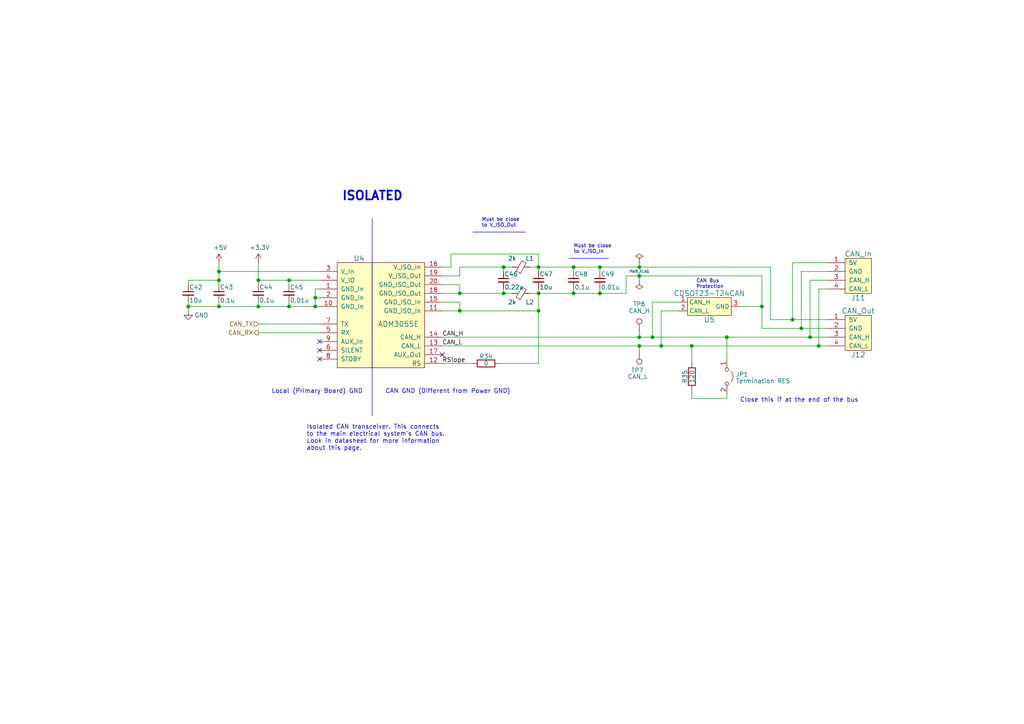
<source format=kicad_sch>
(kicad_sch (version 20230121) (generator eeschema)
  (paper "A4")
  (lib_symbols
    (symbol "Connector:TestPoint" (pin_numbers hide) (pin_names (offset 0.762) hide)
      (property "Reference" "TP" (at 0 6.858 0))
      (property "Value" "TestPoint" (at 0 5.08 0))
      (symbol "TestPoint_0_1"
        (circle (center 0 3.302) (radius 0.762))
      )
      (symbol "TestPoint_1_1"
        (pin passive line (at 0 0 90) (length 2.54) (name "1") (number "1"))
      )
    )
    (symbol "Device:C_Small" (pin_numbers hide) (pin_names (offset 0.254) hide)
      (property "Reference" "C" (at 0.254 1.778 0))
      (property "Value" "C_Small" (at 0.254 -2.032 0))
      (symbol "C_Small_0_1"
        (polyline (pts (xy -1.524 -0.508) (xy 1.524 -0.508)) (stroke (width 0.3302)))
        (polyline (pts (xy -1.524 0.508) (xy 1.524 0.508)) (stroke (width 0.3048)))
      )
      (symbol "C_Small_1_1"
        (pin passive line (at 0 2.54 270) (length 2.032) (name "~") (number "1"))
        (pin passive line (at 0 -2.54 90) (length 2.032) (name "~") (number "2"))
      )
    )
    (symbol "Device:FerriteBead_Small" (pin_numbers hide) (pin_names (offset 0))
      (property "Reference" "FB" (at 1.905 1.27 0))
      (property "Value" "FerriteBead_Small" (at 1.905 -1.27 0))
      (symbol "FerriteBead_Small_0_1"
        (polyline (pts (xy 0 -1.27) (xy 0 -0.7874)))
        (polyline (pts (xy 0 0.889) (xy 0 1.2954)))
        (polyline (pts (xy -1.8288 0.2794) (xy -1.1176 1.4986) (xy 1.8288 -0.2032) (xy 1.1176 -1.4224) (xy -1.8288 0.2794)))
      )
      (symbol "FerriteBead_Small_1_1"
        (pin passive line (at 0 2.54 270) (length 1.27) (name "~") (number "1"))
        (pin passive line (at 0 -2.54 90) (length 1.27) (name "~") (number "2"))
      )
    )
    (symbol "Device:R" (pin_numbers hide) (pin_names (offset 0))
      (property "Reference" "R" (at 2.032 0 90))
      (property "Value" "R" (at 0 0 90))
      (symbol "R_0_1"
        (rectangle (start -1.016 -2.54) (end 1.016 2.54) (stroke (width 0.254)))
      )
      (symbol "R_1_1"
        (pin passive line (at 0 3.81 270) (length 1.27) (name "~") (number "1"))
        (pin passive line (at 0 -3.81 90) (length 1.27) (name "~") (number "2"))
      )
    )
    (symbol "Jumper:Jumper_2_Open" (pin_names (offset 0) hide)
      (property "Reference" "JP" (at 0 2.794 0))
      (property "Value" "Jumper_2_Open" (at 0 -2.286 0))
      (symbol "Jumper_2_Open_0_0"
        (circle (center -2.032 0) (radius 0.508))
        (circle (center 2.032 0) (radius 0.508))
      )
      (symbol "Jumper_2_Open_0_1"
        (arc (start 1.524 1.27) (mid 0 1.778) (end -1.524 1.27))
      )
      (symbol "Jumper_2_Open_1_1"
        (pin passive line (at -5.08 0 0) (length 2.54) (name "A") (number "1"))
        (pin passive line (at 5.08 0 180) (length 2.54) (name "B") (number "2"))
      )
    )
    (symbol "power:+3.3V" (power) (pin_names (offset 0))
      (property "Value" "+3.3V" (at 0 3.556 0))
      (symbol "+3.3V_0_1"
        (polyline (pts (xy -0.762 1.27) (xy 0 2.54)))
        (polyline (pts (xy 0 0) (xy 0 2.54)))
        (polyline (pts (xy 0 2.54) (xy 0.762 1.27)))
      )
      (symbol "+3.3V_1_1"
        (pin power_in line (at 0 0 90) (length 0) hide (name "+3.3V") (number "1"))
      )
    )
    (symbol "power:+5V" (power) (pin_names (offset 0))
      (property "Value" "+5V" (at 0 3.556 0))
      (symbol "+5V_0_1"
        (polyline (pts (xy -0.762 1.27) (xy 0 2.54)))
        (polyline (pts (xy 0 0) (xy 0 2.54)))
        (polyline (pts (xy 0 2.54) (xy 0.762 1.27)))
      )
      (symbol "+5V_1_1"
        (pin power_in line (at 0 0 90) (length 0) hide (name "+5V") (number "1"))
      )
    )
    (symbol "power:GND" (power) (pin_names (offset 0))
      (property "Value" "GND" (at 0 -3.81 0))
      (symbol "GND_0_1"
        (polyline (pts (xy 0 0) (xy 0 -1.27) (xy 1.27 -1.27) (xy 0 -2.54) (xy -1.27 -1.27) (xy 0 -1.27)))
      )
      (symbol "GND_1_1"
        (pin power_in line (at 0 0 270) (length 0) hide (name "GND") (number "1"))
      )
    )
    (symbol "power:PWR_FLAG" (power) (pin_numbers hide) (pin_names (offset 0) hide)
      (property "Value" "PWR_FLAG" (at 0 3.81 0))
      (symbol "PWR_FLAG_0_0"
        (pin power_out line (at 0 0 90) (length 0) (name "pwr") (number "1"))
      )
      (symbol "PWR_FLAG_0_1"
        (polyline (pts (xy 0 0) (xy 0 1.27) (xy -1.016 1.905) (xy 0 2.54) (xy 1.016 1.905) (xy 0 1.27)))
      )
    )
    (symbol "utsvt-chips:ADM3055E" (pin_names (offset 1.016))
      (property "Reference" "U" (at 0 16.51 0))
      (property "Value" "ADM3055E" (at 5.08 -2.54 0))
      (symbol "ADM3055E_0_1"
        (rectangle (start -12.7 15.24) (end 12.7 -15.24) (fill (type background)))
        (polyline (pts (xy -2.54 15.24) (xy -2.54 -15.24)))
      )
      (symbol "ADM3055E_1_1"
        (pin power_in line (at -17.78 7.62 0) (length 5.08) (name "GND_In") (number "1"))
        (pin power_in line (at -17.78 2.54 0) (length 5.08) (name "GND_In") (number "10"))
        (pin power_in line (at 17.78 1.27 180) (length 5.08) (name "GND_ISO_In") (number "11"))
        (pin input line (at 17.78 -13.97 180) (length 5.08) (name "RS") (number "12"))
        (pin bidirectional line (at 17.78 -8.89 180) (length 5.08) (name "CAN_L") (number "13"))
        (pin bidirectional line (at 17.78 -6.35 180) (length 5.08) (name "CAN_H") (number "14"))
        (pin power_in line (at 17.78 3.81 180) (length 5.08) (name "GND_ISO_In") (number "15"))
        (pin power_in line (at 17.78 13.97 180) (length 5.08) (name "V_ISO_In") (number "16"))
        (pin output line (at 17.78 -11.43 180) (length 5.08) (name "AUX_Out") (number "17"))
        (pin power_out line (at 17.78 6.35 180) (length 5.08) (name "GND_ISO_Out") (number "18"))
        (pin power_out line (at 17.78 11.43 180) (length 5.08) (name "V_ISO_Out") (number "19"))
        (pin power_in line (at -17.78 5.08 0) (length 5.08) (name "GND_In") (number "2"))
        (pin power_out line (at 17.78 8.89 180) (length 5.08) (name "GND_ISO_Out") (number "20"))
        (pin power_in line (at -17.78 12.7 0) (length 5.08) (name "V_In") (number "3"))
        (pin power_in line (at -17.78 10.16 0) (length 5.08) (name "V_IO") (number "4"))
        (pin output line (at -17.78 -5.08 0) (length 5.08) (name "RX") (number "5"))
        (pin input line (at -17.78 -10.16 0) (length 5.08) (name "SILENT") (number "6"))
        (pin input line (at -17.78 -2.54 0) (length 5.08) (name "TX") (number "7"))
        (pin input line (at -17.78 -12.7 0) (length 5.08) (name "STDBY") (number "8"))
        (pin input line (at -17.78 -7.62 0) (length 5.08) (name "AUX_In") (number "9"))
      )
    )
    (symbol "utsvt-chips:CDSOT23-T24CAN"
      (property "Reference" "U" (at 0 -3.81 0))
      (property "Value" "CDSOT23-T24CAN" (at 0 3.81 0))
      (symbol "CDSOT23-T24CAN_0_1"
        (rectangle (start 6.35 2.54) (end -6.35 -2.54) (fill (type background)))
      )
      (symbol "CDSOT23-T24CAN_1_1"
        (pin passive line (at -8.89 1.27 0) (length 2.54) (name "CAN_H") (number "1"))
        (pin passive line (at -8.89 -1.27 0) (length 2.54) (name "CAN_L") (number "2"))
        (pin passive line (at 8.89 0 180) (length 2.54) (name "GND") (number "3"))
      )
    )
    (symbol "utsvt-connectors:CANConnector" (pin_names (offset 1.016))
      (property "Reference" "J" (at 0 -6.35 0))
      (property "Value" "CANConnector" (at 0 6.35 0))
      (symbol "CANConnector_0_1"
        (rectangle (start 3.81 5.08) (end -3.81 -5.08) (fill (type background)))
      )
      (symbol "CANConnector_1_1"
        (pin power_in line (at 8.89 3.81 180) (length 5.08) (name "5V") (number "1"))
        (pin power_in line (at 8.89 1.27 180) (length 5.08) (name "GND") (number "2"))
        (pin bidirectional line (at 8.89 -1.27 180) (length 5.08) (name "CAN_H") (number "3"))
        (pin bidirectional line (at 8.89 -3.81 180) (length 5.08) (name "CAN_L") (number "4"))
      )
    )
  )
  (junction (at 91.44 88.9))
  (junction (at 185.42 97.79))
  (junction (at 146.05 85.09))
  (junction (at 232.41 95.25))
  (junction (at 200.66 100.33))
  (junction (at 156.21 90.17))
  (junction (at 191.77 100.33))
  (junction (at 91.44 86.36))
  (junction (at 156.21 85.09))
  (junction (at 74.93 81.28))
  (junction (at 54.61 88.9))
  (junction (at 83.82 81.28))
  (junction (at 74.93 88.9))
  (junction (at 166.37 77.47))
  (junction (at 156.21 77.47))
  (junction (at 63.5 88.9))
  (junction (at 83.82 88.9))
  (junction (at 63.5 78.74))
  (junction (at 210.82 97.79))
  (junction (at 185.42 100.33))
  (junction (at 185.42 80.01))
  (junction (at 166.37 85.09))
  (junction (at 189.23 97.79))
  (junction (at 220.98 88.9))
  (junction (at 133.35 85.09))
  (junction (at 237.49 100.33))
  (junction (at 185.42 77.47))
  (junction (at 146.05 77.47))
  (junction (at 229.87 92.71))
  (junction (at 173.99 77.47))
  (junction (at 63.5 81.28))
  (junction (at 133.35 90.17))
  (junction (at 173.99 85.09))
  (junction (at 234.95 97.79))
  (no_connect (at 92.71 104.14))
  (no_connect (at 92.71 101.6))
  (no_connect (at 128.27 102.87))
  (no_connect (at 92.71 99.06))
  (wire (pts (xy 166.37 77.47) (xy 173.99 77.47)))
  (wire (pts (xy 92.71 83.82) (xy 91.44 83.82)))
  (wire (pts (xy 156.21 73.66) (xy 156.21 77.47)))
  (wire (pts (xy 234.95 81.28) (xy 234.95 97.79)))
  (wire (pts (xy 191.77 90.17) (xy 196.85 90.17)))
  (wire (pts (xy 146.05 85.09) (xy 146.05 83.82)))
  (wire (pts (xy 185.42 80.01) (xy 220.98 80.01)))
  (wire (pts (xy 91.44 86.36) (xy 92.71 86.36)))
  (wire (pts (xy 128.27 90.17) (xy 133.35 90.17)))
  (wire (pts (xy 74.93 96.52) (xy 92.71 96.52)))
  (wire (pts (xy 128.27 97.79) (xy 185.42 97.79)))
  (wire (pts (xy 63.5 76.2) (xy 63.5 78.74)))
  (wire (pts (xy 232.41 78.74) (xy 232.41 95.25)))
  (wire (pts (xy 54.61 88.9) (xy 54.61 87.63)))
  (wire (pts (xy 74.93 76.2) (xy 74.93 81.28)))
  (wire (pts (xy 210.82 114.3) (xy 210.82 115.57)))
  (wire (pts (xy 173.99 78.74) (xy 173.99 77.47)))
  (wire (pts (xy 54.61 88.9) (xy 63.5 88.9)))
  (wire (pts (xy 220.98 88.9) (xy 220.98 95.25)))
  (wire (pts (xy 91.44 86.36) (xy 91.44 88.9)))
  (wire (pts (xy 185.42 77.47) (xy 223.52 77.47)))
  (polyline (pts (xy 137.16 67.31) (xy 152.4 67.31)))
  (wire (pts (xy 237.49 100.33) (xy 240.03 100.33)))
  (wire (pts (xy 240.03 83.82) (xy 237.49 83.82)))
  (wire (pts (xy 74.93 93.98) (xy 92.71 93.98)))
  (wire (pts (xy 220.98 95.25) (xy 232.41 95.25)))
  (wire (pts (xy 240.03 81.28) (xy 234.95 81.28)))
  (wire (pts (xy 91.44 83.82) (xy 91.44 86.36)))
  (wire (pts (xy 74.93 87.63) (xy 74.93 88.9)))
  (wire (pts (xy 237.49 83.82) (xy 237.49 100.33)))
  (wire (pts (xy 234.95 97.79) (xy 240.03 97.79)))
  (wire (pts (xy 200.66 115.57) (xy 200.66 113.03)))
  (wire (pts (xy 156.21 85.09) (xy 166.37 85.09)))
  (wire (pts (xy 63.5 87.63) (xy 63.5 88.9)))
  (wire (pts (xy 91.44 88.9) (xy 92.71 88.9)))
  (polyline (pts (xy 107.95 63.5) (xy 107.95 120.65)))
  (wire (pts (xy 74.93 82.55) (xy 74.93 81.28)))
  (wire (pts (xy 133.35 77.47) (xy 146.05 77.47)))
  (polyline (pts (xy 165.1 74.93) (xy 176.53 74.93)))
  (wire (pts (xy 229.87 92.71) (xy 240.03 92.71)))
  (wire (pts (xy 156.21 105.41) (xy 156.21 90.17)))
  (wire (pts (xy 185.42 96.52) (xy 185.42 97.79)))
  (wire (pts (xy 166.37 85.09) (xy 173.99 85.09)))
  (wire (pts (xy 185.42 100.33) (xy 191.77 100.33)))
  (wire (pts (xy 229.87 76.2) (xy 229.87 92.71)))
  (wire (pts (xy 210.82 115.57) (xy 200.66 115.57)))
  (wire (pts (xy 83.82 81.28) (xy 83.82 82.55)))
  (wire (pts (xy 156.21 77.47) (xy 166.37 77.47)))
  (wire (pts (xy 130.81 77.47) (xy 128.27 77.47)))
  (wire (pts (xy 240.03 76.2) (xy 229.87 76.2)))
  (wire (pts (xy 133.35 80.01) (xy 128.27 80.01)))
  (wire (pts (xy 128.27 85.09) (xy 133.35 85.09)))
  (wire (pts (xy 173.99 85.09) (xy 181.61 85.09)))
  (wire (pts (xy 196.85 87.63) (xy 189.23 87.63)))
  (wire (pts (xy 185.42 97.79) (xy 189.23 97.79)))
  (wire (pts (xy 214.63 88.9) (xy 220.98 88.9)))
  (wire (pts (xy 54.61 81.28) (xy 54.61 82.55)))
  (wire (pts (xy 173.99 77.47) (xy 185.42 77.47)))
  (wire (pts (xy 181.61 85.09) (xy 181.61 80.01)))
  (wire (pts (xy 63.5 78.74) (xy 92.71 78.74)))
  (wire (pts (xy 200.66 100.33) (xy 237.49 100.33)))
  (wire (pts (xy 185.42 101.6) (xy 185.42 100.33)))
  (wire (pts (xy 130.81 73.66) (xy 130.81 77.47)))
  (wire (pts (xy 191.77 90.17) (xy 191.77 100.33)))
  (wire (pts (xy 144.78 105.41) (xy 156.21 105.41)))
  (wire (pts (xy 210.82 97.79) (xy 234.95 97.79)))
  (wire (pts (xy 173.99 83.82) (xy 173.99 85.09)))
  (wire (pts (xy 156.21 85.09) (xy 156.21 90.17)))
  (wire (pts (xy 63.5 81.28) (xy 63.5 82.55)))
  (wire (pts (xy 83.82 88.9) (xy 91.44 88.9)))
  (wire (pts (xy 146.05 85.09) (xy 148.59 85.09)))
  (wire (pts (xy 130.81 73.66) (xy 156.21 73.66)))
  (wire (pts (xy 200.66 105.41) (xy 200.66 100.33)))
  (wire (pts (xy 54.61 90.17) (xy 54.61 88.9)))
  (wire (pts (xy 185.42 81.28) (xy 185.42 80.01)))
  (wire (pts (xy 133.35 82.55) (xy 128.27 82.55)))
  (wire (pts (xy 133.35 90.17) (xy 156.21 90.17)))
  (wire (pts (xy 133.35 85.09) (xy 146.05 85.09)))
  (wire (pts (xy 181.61 80.01) (xy 185.42 80.01)))
  (wire (pts (xy 128.27 100.33) (xy 185.42 100.33)))
  (wire (pts (xy 83.82 88.9) (xy 83.82 87.63)))
  (wire (pts (xy 63.5 88.9) (xy 74.93 88.9)))
  (wire (pts (xy 189.23 87.63) (xy 189.23 97.79)))
  (wire (pts (xy 137.16 105.41) (xy 128.27 105.41)))
  (wire (pts (xy 133.35 87.63) (xy 128.27 87.63)))
  (wire (pts (xy 74.93 88.9) (xy 83.82 88.9)))
  (wire (pts (xy 189.23 97.79) (xy 210.82 97.79)))
  (wire (pts (xy 156.21 83.82) (xy 156.21 85.09)))
  (wire (pts (xy 223.52 92.71) (xy 229.87 92.71)))
  (wire (pts (xy 146.05 77.47) (xy 148.59 77.47)))
  (wire (pts (xy 232.41 95.25) (xy 240.03 95.25)))
  (wire (pts (xy 191.77 100.33) (xy 200.66 100.33)))
  (wire (pts (xy 133.35 77.47) (xy 133.35 80.01)))
  (wire (pts (xy 146.05 78.74) (xy 146.05 77.47)))
  (wire (pts (xy 156.21 77.47) (xy 156.21 78.74)))
  (wire (pts (xy 153.67 85.09) (xy 156.21 85.09)))
  (wire (pts (xy 166.37 78.74) (xy 166.37 77.47)))
  (wire (pts (xy 220.98 80.01) (xy 220.98 88.9)))
  (wire (pts (xy 133.35 87.63) (xy 133.35 90.17)))
  (wire (pts (xy 210.82 97.79) (xy 210.82 104.14)))
  (wire (pts (xy 54.61 81.28) (xy 63.5 81.28)))
  (wire (pts (xy 63.5 78.74) (xy 63.5 81.28)))
  (wire (pts (xy 166.37 83.82) (xy 166.37 85.09)))
  (wire (pts (xy 133.35 82.55) (xy 133.35 85.09)))
  (wire (pts (xy 153.67 77.47) (xy 156.21 77.47)))
  (wire (pts (xy 83.82 81.28) (xy 92.71 81.28)))
  (wire (pts (xy 240.03 78.74) (xy 232.41 78.74)))
  (wire (pts (xy 74.93 81.28) (xy 83.82 81.28)))
  (wire (pts (xy 185.42 77.47) (xy 185.42 76.2)))
  (wire (pts (xy 223.52 77.47) (xy 223.52 92.71)))
  (text "Local (Primary Board) GND" (at 78.74 114.3 0) (effects (font (size 1.27 1.27)) (justify left bottom)))
  (text "Must be close\nto V_ISO_In" (at 166.37 73.66 0) (effects (font (size 1.016 1.016)) (justify left bottom)))
  (text "Isolated CAN transceiver. This connects\nto the main electrical system's CAN bus.\nLook in datasheet for more information\nabout this page." (at 88.9 130.81 0) (effects (font (size 1.27 1.27)) (justify left bottom)))
  (text "CAN GND (Different from Power GND)" (at 111.76 114.3 0) (effects (font (size 1.27 1.27)) (justify left bottom)))
  (text "Must be close\nto V_ISO_Out" (at 139.7 66.04 0) (effects (font (size 1.016 1.016)) (justify left bottom)))
  (text "Close this if at the end of the bus" (at 214.63 116.84 0) (effects (font (size 1.27 1.27)) (justify left bottom)))
  (text "ISOLATED" (at 99.06 58.42 0) (effects (font (size 2.54 2.54) (thickness 0.508) bold) (justify left bottom)))
  (text "CAN Bus\nProtection" (at 201.93 83.82 0) (effects (font (size 1.016 1.016)) (justify left bottom)))
  (label "CAN_L" (at 128.27 100.33 0))
  (label "CAN_H" (at 128.27 97.79 0))
  (label "RSlope" (at 128.27 105.41 0))
  (hierarchical_label "CAN_RX" (shape output) (at 74.93 96.52 180))
  (hierarchical_label "CAN_TX" (shape input) (at 74.93 93.98 180))
  (symbol (lib_id "power:GND") (at 54.61 90.17 0) (unit 1)
    (property "Reference" "#PWR0173" (effects hide))
    (property "Value" "GND" (at 58.42 91.44 0))
    (instances (project "Telemetry-Primary" (path "" (reference "#PWR0173") (unit 1)) (path "" (reference "#PWR013") (unit 1))))
  )
  (symbol (lib_id "utsvt-connectors:CANConnector") (at 248.92 96.52 0) (mirror y) (unit 1)
    (property "Reference" "J12" (at 248.92 102.87 0) (effects (font (size 1.524 1.524))))
    (property "Value" "CAN_Out" (at 248.92 90.17 0) (effects (font (size 1.524 1.524))))
    (property "Footprint" "UTSVT_Connectors:Molex_MicroFit3.0_1x4xP3.00mm_PolarizingPeg_Vertical" (effects hide))
    (property "Datasheet" "https://www.mouser.com/datasheet/2/276/3/0436500428_PCB_HEADERS-2866587.pdf" (effects hide))
    (property "P/N" "0436500428" (effects hide))
    (instances (project "Telemetry-Primary" (path "" (reference "J12") (unit 1)) (path "" (reference "J16") (unit 1))))
  )
  (symbol (lib_id "Device:R") (at 200.66 109.22 180) (unit 1)
    (property "Reference" "R35" (at 198.628 109.22 90))
    (property "Value" "120" (at 200.66 109.22 90))
    (property "Footprint" "Resistor_SMD:R_0805_2012Metric" (effects hide))
    (property "Datasheet" "https://www.mouser.com/datasheet/2/427/dcrcwe3-1762152.pdf" (effects hide))
    (property "P/N" "CRCW0805120RFKEAC" (effects hide))
    (instances (project "Telemetry-Primary" (path "" (reference "R35") (unit 1)) (path "" (reference "R29") (unit 1))))
  )
  (symbol (lib_id "Device:C_Small") (at 54.61 85.09 0) (unit 1)
    (property "Reference" "C42" (at 54.864 83.312 0) (effects (justify left)))
    (property "Value" "10u" (at 54.864 87.122 0) (effects (justify left)))
    (property "Footprint" "Capacitor_SMD:C_0805_2012Metric" (effects hide))
    (property "Datasheet" "https://www.mouser.com/datasheet/2/40/AVX_X7RDielectric_777024-1853642.pdf" (effects hide))
    (property "P/N" "0805YC106KAT2A" (effects hide))
    (instances (project "Telemetry-Primary" (path "" (reference "C42") (unit 1)) (path "" (reference "C65") (unit 1))))
  )
  (symbol (lib_id "Device:C_Small") (at 63.5 85.09 0) (unit 1)
    (property "Reference" "C43" (at 63.754 83.312 0) (effects (justify left)))
    (property "Value" "0.1u" (at 63.754 87.122 0) (effects (justify left)))
    (property "Footprint" "Capacitor_SMD:C_0805_2012Metric" (effects hide))
    (property "Datasheet" "https://www.mouser.com/datasheet/2/212/KEM_C1002_X7R_SMD-1102033.pdf" (effects hide))
    (property "P/N" "C0805C104K5RAC7411" (effects hide))
    (instances (project "Telemetry-Primary" (path "" (reference "C43") (unit 1)) (path "" (reference "C66") (unit 1))))
  )
  (symbol (lib_id "Device:C_Small") (at 74.93 85.09 0) (unit 1)
    (property "Reference" "C44" (at 75.184 83.312 0) (effects (justify left)))
    (property "Value" "0.1u" (at 75.184 87.122 0) (effects (justify left)))
    (property "Footprint" "Capacitor_SMD:C_0805_2012Metric" (effects hide))
    (property "Datasheet" "https://www.mouser.com/datasheet/2/212/KEM_C1002_X7R_SMD-1102033.pdf" (effects hide))
    (property "P/N" "C0805C104K5RAC7411" (effects hide))
    (instances (project "Telemetry-Primary" (path "" (reference "C44") (unit 1)) (path "" (reference "C67") (unit 1))))
  )
  (symbol (lib_id "Device:C_Small") (at 83.82 85.09 0) (unit 1)
    (property "Reference" "C45" (at 84.074 83.312 0) (effects (justify left)))
    (property "Value" "0.01u" (at 84.074 87.122 0) (effects (justify left)))
    (property "Footprint" "Capacitor_SMD:C_0805_2012Metric" (effects hide))
    (property "Datasheet" "https://www.mouser.com/datasheet/2/447/UPY_AC_NP0X7RX7S_6_3V_to_2KV_18-3003021.pdf" (effects hide))
    (property "P/N" "AC0805JRX7R9BB103" (effects hide))
    (instances (project "Telemetry-Primary" (path "" (reference "C45") (unit 1)) (path "" (reference "C68") (unit 1))))
  )
  (symbol (lib_id "Device:C_Small") (at 156.21 81.28 0) (unit 1)
    (property "Reference" "C47" (at 156.464 79.502 0) (effects (justify left)))
    (property "Value" "10u" (at 156.464 83.312 0) (effects (justify left)))
    (property "Footprint" "Capacitor_SMD:C_0805_2012Metric" (effects hide))
    (property "Datasheet" "https://www.mouser.com/datasheet/2/40/AVX_X7RDielectric_777024-1853642.pdf" (effects hide))
    (property "P/N" "0805YC106KAT2A" (effects hide))
    (instances (project "Telemetry-Primary" (path "" (reference "C47") (unit 1)) (path "" (reference "C37") (unit 1))))
  )
  (symbol (lib_id "Device:C_Small") (at 146.05 81.28 0) (unit 1)
    (property "Reference" "C46" (at 146.304 79.502 0) (effects (justify left)))
    (property "Value" "0.22u" (at 146.304 83.312 0) (effects (justify left)))
    (property "Footprint" "Capacitor_SMD:C_0805_2012Metric" (effects hide))
    (property "Datasheet" "https://www.mouser.com/datasheet/2/212/1/KEM_C1090_X7R_ESD-1103328.pdf" (effects hide))
    (property "P/N" "C0805C224K1RECAUTO" (effects hide))
    (instances (project "Telemetry-Primary" (path "" (reference "C46") (unit 1)) (path "" (reference "C36") (unit 1))))
  )
  (symbol (lib_id "Device:FerriteBead_Small") (at 151.13 77.47 270) (unit 1)
    (property "Reference" "L1" (at 152.4 74.93 90) (effects (justify left)))
    (property "Value" "2k" (at 147.32 74.93 90) (effects (justify left)))
    (property "Footprint" "Inductor_SMD:L_0805_2012Metric" (effects hide))
    (property "Datasheet" "https://product.tdk.com/system/files/dam/doc/product/emc/emc/beads/catalog/beads_automotive_signal_mmz2012_en.pdf" (effects hide))
    (property "P/N" "MMZ2012Y202BTD25" (effects hide))
    (instances (project "Telemetry-Primary" (path "" (reference "L1") (unit 1)) (path "" (reference "L3") (unit 1))))
  )
  (symbol (lib_id "Device:FerriteBead_Small") (at 151.13 85.09 270) (unit 1)
    (property "Reference" "L2" (at 152.4 87.63 90) (effects (justify left)))
    (property "Value" "2k" (at 147.32 87.63 90) (effects (justify left)))
    (property "Footprint" "Inductor_SMD:L_0805_2012Metric" (effects hide))
    (property "Datasheet" "https://product.tdk.com/system/files/dam/doc/product/emc/emc/beads/catalog/beads_automotive_signal_mmz2012_en.pdf" (effects hide))
    (property "P/N" "MMZ2012Y202BTD25" (effects hide))
    (instances (project "Telemetry-Primary" (path "" (reference "L2") (unit 1)) (path "" (reference "L4") (unit 1))))
  )
  (symbol (lib_id "Device:C_Small") (at 166.37 81.28 0) (unit 1)
    (property "Reference" "C48" (at 166.624 79.502 0) (effects (justify left)))
    (property "Value" "0.1u" (at 166.624 83.312 0) (effects (justify left)))
    (property "Footprint" "Capacitor_SMD:C_0805_2012Metric" (effects hide))
    (property "Datasheet" "https://www.mouser.com/datasheet/2/212/KEM_C1002_X7R_SMD-1102033.pdf" (effects hide))
    (property "P/N" "C0805C104K5RAC7411" (effects hide))
    (instances (project "Telemetry-Primary" (path "" (reference "C48") (unit 1)) (path "" (reference "C38") (unit 1))))
  )
  (symbol (lib_id "Device:C_Small") (at 173.99 81.28 0) (unit 1)
    (property "Reference" "C49" (at 174.244 79.502 0) (effects (justify left)))
    (property "Value" "0.01u" (at 174.244 83.312 0) (effects (justify left)))
    (property "Footprint" "Capacitor_SMD:C_0805_2012Metric" (effects hide))
    (property "Datasheet" "https://www.mouser.com/datasheet/2/447/UPY_AC_NP0X7RX7S_6_3V_to_2KV_18-3003021.pdf" (effects hide))
    (property "P/N" "AC0805JRX7R9BB103" (effects hide))
    (instances (project "Telemetry-Primary" (path "" (reference "C49") (unit 1)) (path "" (reference "C39") (unit 1))))
  )
  (symbol (lib_id "utsvt-chips:ADM3055E") (at 110.49 91.44 0) (unit 1)
    (property "Reference" "U4" (at 104.14 74.93 0) (effects (font (size 1.524 1.524))))
    (property "Value" "ADM3055E" (at 115.57 93.98 0) (effects (font (size 1.524 1.524))))
    (property "Footprint" "UTSVT_ICs:SOIC-20W_7.5x15.4mm_Pitch1.27mm" (effects hide))
    (property "Datasheet" "https://www.mouser.com/datasheet/2/609/ADM3055E_3057E-3121303.pdf" (effects hide))
    (property "P/N" "ADM3055EBRIZ" (effects hide))
    (instances (project "Telemetry-Primary" (path "" (reference "U4") (unit 1)) (path "" (reference "U12") (unit 1))))
  )
  (symbol (lib_id "power:PWR_FLAG") (at 185.42 76.2 0) (unit 1)
    (property "Reference" "#FLG0105" (effects hide))
    (property "Value" "PWR_FLAG" (at 185.42 78.74 0) (effects (font (size 0.762 0.762))))
    (instances (project "Telemetry-Primary" (path "" (reference "#FLG0105") (unit 1)) (path "" (reference "#FLG02") (unit 1))))
  )
  (symbol (lib_id "power:PWR_FLAG") (at 185.42 81.28 180) (unit 1)
    (property "Reference" "#FLG0106" (effects hide))
    (property "Value" "PWR_FLAG" (effects hide))
    (instances (project "Telemetry-Primary" (path "" (reference "#FLG0106") (unit 1)) (path "" (reference "#FLG03") (unit 1))))
  )
  (symbol (lib_id "utsvt-chips:CDSOT23-T24CAN") (at 205.74 88.9 0) (unit 1)
    (property "Reference" "U5" (at 205.74 92.71 0) (effects (font (size 1.524 1.524))))
    (property "Value" "CDSOT23-T24CAN" (at 205.74 85.09 0) (effects (font (size 1.524 1.524))))
    (property "Footprint" "Package_TO_SOT_SMD:SOT-23W" (effects hide))
    (property "Datasheet" "https://www.mouser.com/datasheet/2/54/cdsot23_t24can_q-1534349.pdf" (effects hide))
    (property "P/N" "CDSOT23-T24CAN" (effects hide))
    (instances (project "Telemetry-Primary" (path "" (reference "U5") (unit 1)) (path "" (reference "U6") (unit 1))))
  )
  (symbol (lib_id "Connector:TestPoint") (at 185.42 96.52 0) (unit 1)
    (property "Reference" "TP6" (at 185.42 88.9 0) (effects (justify bottom)))
    (property "Value" "CAN_H" (at 185.42 90.17 0))
    (property "Footprint" "TestPoint:TestPoint_Keystone_5005-5009_Compact" (effects hide))
    (property "Datasheet" "https://www.mouser.com/datasheet/2/215/5005_5009-741322.pdf" (effects hide))
    (property "P/N" "5005" (effects hide))
    (instances (project "Telemetry-Primary" (path "" (reference "TP6") (unit 1)) (path "" (reference "TP8") (unit 1))))
  )
  (symbol (lib_id "Connector:TestPoint") (at 185.42 101.6 180) (unit 1)
    (property "Reference" "TP7" (at 186.69 106.68 0) (effects (justify left bottom)))
    (property "Value" "CAN_L" (at 187.96 109.22 0) (effects (justify left)))
    (property "Footprint" "TestPoint:TestPoint_Keystone_5005-5009_Compact" (effects hide))
    (property "Datasheet" "https://www.mouser.com/datasheet/2/215/5005_5009-741322.pdf" (effects hide))
    (property "P/N" "5005" (effects hide))
    (instances (project "Telemetry-Primary" (path "" (reference "TP7") (unit 1)) (path "" (reference "TP9") (unit 1))))
  )
  (symbol (lib_id "Device:R") (at 140.97 105.41 90) (unit 1)
    (property "Reference" "R34" (at 140.97 103.378 90))
    (property "Value" "0" (at 140.97 105.41 90))
    (property "Footprint" "Resistor_SMD:R_0805_2012Metric" (effects hide))
    (property "Datasheet" "https://www.mouser.com/datasheet/2/427/dcrcwe3-1762152.pdf" (effects hide))
    (property "P/N" "CRCW08050000Z0EAC" (effects hide))
    (instances (project "Telemetry-Primary" (path "" (reference "R34") (unit 1)) (path "" (reference "R28") (unit 1))))
  )
  (symbol (lib_id "power:+3.3V") (at 74.93 76.2 0) (unit 1)
    (property "Reference" "#PWR0174" (effects hide))
    (property "Value" "+3.3V" (at 75.311 71.8058 0))
    (instances (project "Telemetry-Primary" (path "" (reference "#PWR0174") (unit 1)) (path "" (reference "#PWR012") (unit 1))))
  )
  (symbol (lib_id "power:+5V") (at 63.5 76.2 0) (unit 1)
    (property "Reference" "#PWR0175" (effects hide))
    (property "Value" "+5V" (at 63.881 71.8058 0))
    (instances (project "Telemetry-Primary" (path "" (reference "#PWR0175") (unit 1)) (path "" (reference "#PWR011") (unit 1))))
  )
  (symbol (lib_id "utsvt-connectors:CANConnector") (at 248.92 80.01 0) (mirror y) (unit 1)
    (property "Reference" "J11" (at 248.92 86.36 0) (effects (font (size 1.524 1.524))))
    (property "Value" "CAN_In" (at 248.92 73.66 0) (effects (font (size 1.524 1.524))))
    (property "Footprint" "UTSVT_Connectors:Molex_MicroFit3.0_1x4xP3.00mm_PolarizingPeg_Vertical" (effects hide))
    (property "Datasheet" "https://www.mouser.com/datasheet/2/276/3/0436500428_PCB_HEADERS-2866587.pdf" (effects hide))
    (property "P/N" "0436500428" (effects hide))
    (instances (project "Telemetry-Primary" (path "" (reference "J11") (unit 1)) (path "" (reference "J15") (unit 1))))
  )
  (symbol (lib_id "Jumper:Jumper_2_Open") (at 210.82 109.22 270) (unit 1)
    (property "Reference" "JP1" (at 213.36 108.585 90) (effects (justify left)))
    (property "Value" "Termination RES" (at 213.36 110.49 90) (effects (justify left)))
    (property "Footprint" "Connector_PinHeader_2.54mm:PinHeader_1x02_P2.54mm_Vertical" (effects hide))
    (property "Datasheet" "https://cdn.amphenol-cs.com/media/wysiwyg/files/documentation/datasheet/boardwiretoboard/bwb_econostik_254headers.pdf" (effects hide))
    (property "P/N" "10129378-910001BLF" (effects hide))
    (instances (project "Telemetry-Primary" (path "" (reference "JP1") (unit 1)) (path "" (reference "JP2") (unit 1))))
  )
)
</source>
